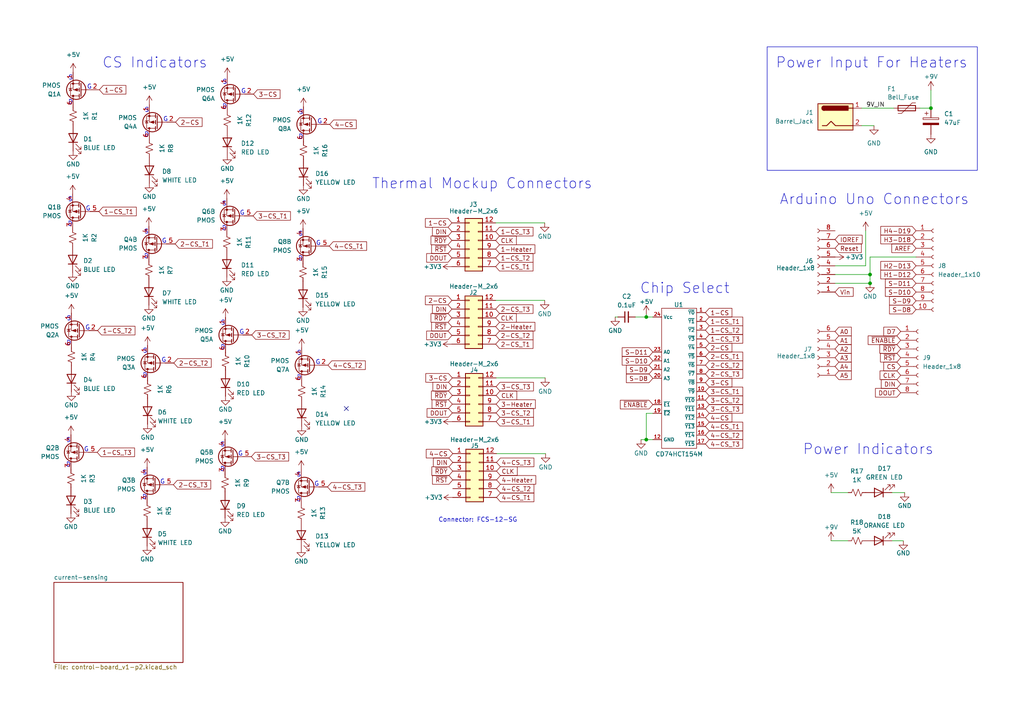
<source format=kicad_sch>
(kicad_sch (version 20230121) (generator eeschema)
  (paper "A4")
  (junction (at 270.002 31.369))
  (junction (at 252.349 79.629))
  (junction (at 187.452 127.508))
  (junction (at 252.349 82.169))
  (junction (at 187.452 91.948))
  (no_connect (at 100.457 118.491))
  (wire (pts (xy 158.115 109.601) (xy 143.891 109.601)))
  (wire (pts (xy 179.197 91.948) (xy 178.435 91.948)))
  (wire (pts (xy 262.001 156.845) (xy 258.699 156.845)))
  (wire (pts (xy 187.452 119.888) (xy 189.357 119.888)))
  (wire (pts (xy 157.988 87.122) (xy 143.764 87.122)))
  (wire (pts (xy 249.936 36.449) (xy 253.492 36.449)))
  (wire (pts (xy 242.189 77.089) (xy 251.079 77.089)))
  (wire (pts (xy 241.046 142.875) (xy 245.999 142.875)))
  (wire (pts (xy 251.079 66.929) (xy 251.079 77.089)))
  (wire (pts (xy 262.382 142.875) (xy 258.699 142.875)))
  (wire (pts (xy 242.189 79.629) (xy 252.349 79.629)))
  (wire (pts (xy 157.988 64.643) (xy 143.764 64.643)))
  (wire (pts (xy 187.452 91.948) (xy 189.357 91.948)))
  (wire (pts (xy 185.928 127.508) (xy 187.452 127.508)))
  (wire (pts (xy 242.189 82.169) (xy 252.349 82.169)))
  (wire (pts (xy 249.936 31.369) (xy 259.207 31.369)))
  (wire (pts (xy 187.452 119.888) (xy 187.452 127.508)))
  (wire (pts (xy 252.349 82.169) (xy 252.349 79.629)))
  (wire (pts (xy 184.277 91.948) (xy 187.452 91.948)))
  (wire (pts (xy 158.242 131.572) (xy 144.018 131.572)))
  (wire (pts (xy 187.452 127.508) (xy 189.357 127.508)))
  (wire (pts (xy 187.452 91.186) (xy 187.452 91.948)))
  (wire (pts (xy 266.827 31.369) (xy 270.002 31.369)))
  (wire (pts (xy 252.349 79.629) (xy 252.349 74.549)))
  (wire (pts (xy 252.349 74.549) (xy 265.684 74.549)))
  (wire (pts (xy 270.002 26.162) (xy 270.002 31.369)))
  (wire (pts (xy 241.046 156.845) (xy 245.999 156.845)))
  (rectangle (start 222.504 13.589) (end 283.464 49.403))
  (text "S" (at 21.082 58.674 0) (effects (font (size 1.27 1.27)) (justify right bottom)))
  (text "D" (at 43.307 39.878 0) (effects (font (size 1.27 1.27)) (justify right bottom)))
  (text "D" (at 65.913 31.75 0) (effects (font (size 1.27 1.27)) (justify right bottom)))
  (text "D" (at 42.799 109.728 0) (effects (font (size 1.27 1.27)) (justify right bottom)))
  (text "S" (at 43.18 68.072 0) (effects (font (size 1.27 1.27)) (justify right bottom)))
  (text "G" (at 71.374 27.305 0) (effects (font (size 1.27 1.27)) (justify right bottom)))
  (text "S" (at 43.307 32.766 0) (effects (font (size 1.27 1.27)) (justify right bottom)))
  (text "Power Input For Heaters" (at 224.917 20.066 0) (effects (font (size 3 3)) (justify left bottom)))
  (text "Power Indicators" (at 232.791 132.207 0) (effects (font (size 3 3)) (justify left bottom)))
  (text "G" (at 26.289 61.341 0) (effects (font (size 1.27 1.27)) (justify right bottom)))
  (text "D" (at 65.786 67.056 0) (effects (font (size 1.27 1.27)) (justify right bottom)))
  (text "S" (at 88.011 33.401 0) (effects (font (size 1.27 1.27)) (justify right bottom)))
  (text "D" (at 87.503 110.363 0) (effects (font (size 1.27 1.27)) (justify right bottom)))
  (text "G" (at 48.768 35.433 0) (effects (font (size 1.27 1.27)) (justify right bottom)))
  (text "G" (at 48.387 70.739 0) (effects (font (size 1.27 1.27)) (justify right bottom)))
  (text "D" (at 42.672 145.034 0) (effects (font (size 1.27 1.27)) (justify right bottom)))
  (text "Thermal Mockup Connectors" (at 107.823 55.118 0) (effects (font (size 3 3)) (justify left bottom)))
  (text "S" (at 65.786 59.944 0) (effects (font (size 1.27 1.27)) (justify right bottom)))
  (text "G" (at 93.472 36.068 0) (effects (font (size 1.27 1.27)) (justify right bottom)))
  (text "Chip Select" (at 185.547 85.471 0) (effects (font (size 3 3)) (justify left bottom)))
  (text "Arduino Uno Connectors" (at 226.06 59.69 0) (effects (font (size 3 3)) (justify left bottom)))
  (text "G" (at 70.993 62.611 0) (effects (font (size 1.27 1.27)) (justify right bottom)))
  (text "S" (at 65.278 129.794 0) (effects (font (size 1.27 1.27)) (justify right bottom)))
  (text "G" (at 25.781 131.191 0) (effects (font (size 1.27 1.27)) (justify right bottom)))
  (text "S" (at 87.884 68.707 0) (effects (font (size 1.27 1.27)) (justify right bottom)))
  (text "D" (at 20.574 135.636 0) (effects (font (size 1.27 1.27)) (justify right bottom)))
  (text "D" (at 43.18 75.184 0) (effects (font (size 1.27 1.27)) (justify right bottom)))
  (text "G" (at 92.583 141.224 0) (effects (font (size 1.27 1.27)) (justify right bottom)))
  (text "D" (at 87.884 75.819 0) (effects (font (size 1.27 1.27)) (justify right bottom)))
  (text "CS Indicators" (at 29.591 20.066 0) (effects (font (size 3 3)) (justify left bottom)))
  (text "S" (at 87.376 138.557 0) (effects (font (size 1.27 1.27)) (justify right bottom)))
  (text "S" (at 42.672 137.922 0) (effects (font (size 1.27 1.27)) (justify right bottom)))
  (text "G" (at 26.67 26.035 0) (effects (font (size 1.27 1.27)) (justify right bottom)))
  (text "D" (at 65.405 101.6 0) (effects (font (size 1.27 1.27)) (justify right bottom)))
  (text "S" (at 20.701 93.218 0) (effects (font (size 1.27 1.27)) (justify right bottom)))
  (text "D" (at 20.701 100.33 0) (effects (font (size 1.27 1.27)) (justify right bottom)))
  (text "G" (at 26.162 95.885 0) (effects (font (size 1.27 1.27)) (justify right bottom)))
  (text "S" (at 20.574 128.524 0) (effects (font (size 1.27 1.27)) (justify right bottom)))
  (text "S" (at 65.913 24.638 0) (effects (font (size 1.27 1.27)) (justify right bottom)))
  (text "G" (at 70.485 132.461 0) (effects (font (size 1.27 1.27)) (justify right bottom)))
  (text "D" (at 88.011 40.513 0) (effects (font (size 1.27 1.27)) (justify right bottom)))
  (text "D" (at 21.082 65.786 0) (effects (font (size 1.27 1.27)) (justify right bottom)))
  (text "D" (at 21.209 30.48 0) (effects (font (size 1.27 1.27)) (justify right bottom)))
  (text "G" (at 92.964 105.918 0) (effects (font (size 1.27 1.27)) (justify right bottom)))
  (text "G" (at 47.879 140.589 0) (effects (font (size 1.27 1.27)) (justify right bottom)))
  (text "D" (at 65.278 136.906 0) (effects (font (size 1.27 1.27)) (justify right bottom)))
  (text "S" (at 21.209 23.368 0) (effects (font (size 1.27 1.27)) (justify right bottom)))
  (text "G" (at 48.26 105.283 0) (effects (font (size 1.27 1.27)) (justify right bottom)))
  (text "Connector: FCS-12-SG" (at 127.127 151.638 0) (effects (font (size 1.27 1.27)) (justify left bottom)))
  (text "S" (at 42.799 102.616 0) (effects (font (size 1.27 1.27)) (justify right bottom)))
  (text "S" (at 87.503 103.251 0) (effects (font (size 1.27 1.27)) (justify right bottom)))
  (text "S" (at 65.405 94.488 0) (effects (font (size 1.27 1.27)) (justify right bottom)))
  (text "D" (at 87.376 145.669 0) (effects (font (size 1.27 1.27)) (justify right bottom)))
  (text "G" (at 70.866 97.155 0) (effects (font (size 1.27 1.27)) (justify right bottom)))
  (text "G" (at 93.091 71.374 0) (effects (font (size 1.27 1.27)) (justify right bottom)))
  (label "9V_IN" (at 251.206 31.369 0))
  (global_label "DIN" (shape input) (at 131.064 89.662 180) (property "Intersheetrefs" "${INTERSHEET_REFS}" (effects hide)))
  (global_label "A0" (shape input) (at 242.189 96.139 0) (property "Intersheetrefs" "${INTERSHEET_REFS}" (effects hide)))
  (global_label "S-D9" (shape input) (at 265.684 87.249 180) (property "Intersheetrefs" "${INTERSHEET_REFS}" (effects hide)))
  (global_label "CLK" (shape input) (at 143.764 92.202 0) (property "Intersheetrefs" "${INTERSHEET_REFS}" (effects hide)))
  (global_label "2-CS_T2" (shape input) (at 143.764 97.282 0) (property "Intersheetrefs" "${INTERSHEET_REFS}" (effects hide)))
  (global_label "CLK" (shape input) (at 143.764 69.723 0) (property "Intersheetrefs" "${INTERSHEET_REFS}" (effects hide)))
  (global_label "3-CS_T1" (shape input) (at 73.406 62.611 0) (property "Intersheetrefs" "${INTERSHEET_REFS}" (effects hide)))
  (global_label "3-CS_T2" (shape input) (at 143.891 119.761 0) (property "Intersheetrefs" "${INTERSHEET_REFS}" (effects hide)))
  (global_label "4-CS" (shape input) (at 204.597 121.158 0) (property "Intersheetrefs" "${INTERSHEET_REFS}" (effects hide)))
  (global_label "1-CS_T1" (shape input) (at 143.764 77.343 0) (property "Intersheetrefs" "${INTERSHEET_REFS}" (effects hide)))
  (global_label "DOUT" (shape input) (at 131.191 119.761 180) (property "Intersheetrefs" "${INTERSHEET_REFS}" (effects hide)))
  (global_label "H1-D12" (shape input) (at 265.684 79.629 180) (property "Intersheetrefs" "${INTERSHEET_REFS}" (effects hide)))
  (global_label "Reset" (shape input) (at 242.189 72.009 0) (property "Intersheetrefs" "${INTERSHEET_REFS}" (effects hide)))
  (global_label "A2" (shape input) (at 242.189 101.219 0) (property "Intersheetrefs" "${INTERSHEET_REFS}" (effects hide)))
  (global_label "CLK" (shape input) (at 143.891 114.681 0) (property "Intersheetrefs" "${INTERSHEET_REFS}" (effects hide)))
  (global_label "1-CS_T2" (shape input) (at 28.321 95.885 0) (property "Intersheetrefs" "${INTERSHEET_REFS}" (effects hide)))
  (global_label "1-CS_T3" (shape input) (at 28.194 131.191 0) (property "Intersheetrefs" "${INTERSHEET_REFS}" (effects hide)))
  (global_label "3-CS_T2" (shape input) (at 204.597 116.078 0) (property "Intersheetrefs" "${INTERSHEET_REFS}" (effects hide)))
  (global_label "A1" (shape input) (at 242.189 98.679 0) (property "Intersheetrefs" "${INTERSHEET_REFS}" (effects hide)))
  (global_label "3-CS_T2" (shape input) (at 73.025 97.155 0) (property "Intersheetrefs" "${INTERSHEET_REFS}" (effects hide)))
  (global_label "DOUT" (shape input) (at 131.064 74.803 180) (property "Intersheetrefs" "${INTERSHEET_REFS}" (effects hide)))
  (global_label "~{ENABLE}" (shape input) (at 261.239 98.679 180) (property "Intersheetrefs" "${INTERSHEET_REFS}" (effects hide)))
  (global_label "H3-D18" (shape input) (at 265.684 69.469 180) (property "Intersheetrefs" "${INTERSHEET_REFS}" (effects hide)))
  (global_label "S-D9" (shape input) (at 189.357 107.188 180) (property "Intersheetrefs" "${INTERSHEET_REFS}" (effects hide)))
  (global_label "D7" (shape input) (at 261.239 96.139 180) (property "Intersheetrefs" "${INTERSHEET_REFS}" (effects hide)))
  (global_label "S-D8" (shape input) (at 265.684 89.789 180) (property "Intersheetrefs" "${INTERSHEET_REFS}" (effects hide)))
  (global_label "DIN" (shape input) (at 131.318 134.112 180) (property "Intersheetrefs" "${INTERSHEET_REFS}" (effects hide)))
  (global_label "3-CS" (shape input) (at 131.191 109.601 180) (property "Intersheetrefs" "${INTERSHEET_REFS}" (effects hide)))
  (global_label "4-CS_T2" (shape input) (at 95.123 105.918 0) (property "Intersheetrefs" "${INTERSHEET_REFS}" (effects hide)))
  (global_label "2-Heater" (shape input) (at 143.764 94.742 0) (property "Intersheetrefs" "${INTERSHEET_REFS}" (effects hide)))
  (global_label "1-CS_T3" (shape input) (at 204.597 98.298 0) (property "Intersheetrefs" "${INTERSHEET_REFS}" (effects hide)))
  (global_label "H4-D19" (shape input) (at 265.684 66.929 180) (property "Intersheetrefs" "${INTERSHEET_REFS}" (effects hide)))
  (global_label "1-CS" (shape input) (at 204.597 90.678 0) (property "Intersheetrefs" "${INTERSHEET_REFS}" (effects hide)))
  (global_label "A4" (shape input) (at 242.189 106.299 0) (property "Intersheetrefs" "${INTERSHEET_REFS}" (effects hide)))
  (global_label "3-CS" (shape input) (at 73.533 27.305 0) (property "Intersheetrefs" "${INTERSHEET_REFS}" (effects hide)))
  (global_label "1-Heater" (shape input) (at 143.764 72.263 0) (property "Intersheetrefs" "${INTERSHEET_REFS}" (effects hide)))
  (global_label "1-CS_T1" (shape input) (at 204.597 93.218 0) (property "Intersheetrefs" "${INTERSHEET_REFS}" (effects hide)))
  (global_label "4-CS_T2" (shape input) (at 204.597 126.238 0) (property "Intersheetrefs" "${INTERSHEET_REFS}" (effects hide)))
  (global_label "4-Heater" (shape input) (at 144.018 139.192 0) (property "Intersheetrefs" "${INTERSHEET_REFS}" (effects hide)))
  (global_label "~{RST}" (shape input) (at 131.064 72.263 180) (property "Intersheetrefs" "${INTERSHEET_REFS}" (effects hide)))
  (global_label "4-CS_T1" (shape input) (at 204.597 123.698 0) (property "Intersheetrefs" "${INTERSHEET_REFS}" (effects hide)))
  (global_label "A3" (shape input) (at 242.189 103.759 0) (property "Intersheetrefs" "${INTERSHEET_REFS}" (effects hide)))
  (global_label "DIN" (shape input) (at 131.191 112.141 180) (property "Intersheetrefs" "${INTERSHEET_REFS}" (effects hide)))
  (global_label "S-D8" (shape input) (at 189.357 109.728 180) (property "Intersheetrefs" "${INTERSHEET_REFS}" (effects hide)))
  (global_label "~{RDY}" (shape input) (at 131.064 69.723 180) (property "Intersheetrefs" "${INTERSHEET_REFS}" (effects hide)))
  (global_label "S-D10" (shape input) (at 265.684 84.709 180) (property "Intersheetrefs" "${INTERSHEET_REFS}" (effects hide)))
  (global_label "2-CS_T3" (shape input) (at 204.597 108.458 0) (property "Intersheetrefs" "${INTERSHEET_REFS}" (effects hide)))
  (global_label "~{RST}" (shape input) (at 131.191 117.221 180) (property "Intersheetrefs" "${INTERSHEET_REFS}" (effects hide)))
  (global_label "2-CS_T3" (shape input) (at 143.764 89.662 0) (property "Intersheetrefs" "${INTERSHEET_REFS}" (effects hide)))
  (global_label "A5" (shape input) (at 242.189 108.839 0) (property "Intersheetrefs" "${INTERSHEET_REFS}" (effects hide)))
  (global_label "S-D11" (shape input) (at 189.357 102.108 180) (property "Intersheetrefs" "${INTERSHEET_REFS}" (effects hide)))
  (global_label "H2-D13" (shape input) (at 265.684 77.089 180) (property "Intersheetrefs" "${INTERSHEET_REFS}" (effects hide)))
  (global_label "2-CS_T1" (shape input) (at 50.8 70.739 0) (property "Intersheetrefs" "${INTERSHEET_REFS}" (effects hide)))
  (global_label "2-CS_T1" (shape input) (at 204.597 103.378 0) (property "Intersheetrefs" "${INTERSHEET_REFS}" (effects hide)))
  (global_label "~{RST}" (shape input) (at 261.239 103.759 180) (property "Intersheetrefs" "${INTERSHEET_REFS}" (effects hide)))
  (global_label "3-CS_T3" (shape input) (at 72.898 132.461 0) (property "Intersheetrefs" "${INTERSHEET_REFS}" (effects hide)))
  (global_label "3-CS_T1" (shape input) (at 143.891 122.301 0) (property "Intersheetrefs" "${INTERSHEET_REFS}" (effects hide)))
  (global_label "CS" (shape input) (at 261.239 106.299 180) (property "Intersheetrefs" "${INTERSHEET_REFS}" (effects hide)))
  (global_label "4-CS_T3" (shape input) (at 94.996 141.224 0) (property "Intersheetrefs" "${INTERSHEET_REFS}" (effects hide)))
  (global_label "3-CS_T1" (shape input) (at 204.597 113.538 0) (property "Intersheetrefs" "${INTERSHEET_REFS}" (effects hide)))
  (global_label "1-CS_T3" (shape input) (at 143.764 67.183 0) (property "Intersheetrefs" "${INTERSHEET_REFS}" (effects hide)))
  (global_label "Vin" (shape input) (at 242.189 84.709 0) (property "Intersheetrefs" "${INTERSHEET_REFS}" (effects hide)))
  (global_label "CLK" (shape input) (at 261.239 108.839 180) (property "Intersheetrefs" "${INTERSHEET_REFS}" (effects hide)))
  (global_label "3-CS_T3" (shape input) (at 204.597 118.618 0) (property "Intersheetrefs" "${INTERSHEET_REFS}" (effects hide)))
  (global_label "DIN" (shape input) (at 131.064 67.183 180) (property "Intersheetrefs" "${INTERSHEET_REFS}" (effects hide)))
  (global_label "4-CS" (shape input) (at 131.318 131.572 180) (property "Intersheetrefs" "${INTERSHEET_REFS}" (effects hide)))
  (global_label "4-CS_T3" (shape input) (at 144.018 134.112 0) (property "Intersheetrefs" "${INTERSHEET_REFS}" (effects hide)))
  (global_label "4-CS_T2" (shape input) (at 144.018 141.732 0) (property "Intersheetrefs" "${INTERSHEET_REFS}" (effects hide)))
  (global_label "1-CS_T1" (shape input) (at 28.702 61.341 0) (property "Intersheetrefs" "${INTERSHEET_REFS}" (effects hide)))
  (global_label "3-CS_T3" (shape input) (at 143.891 112.141 0) (property "Intersheetrefs" "${INTERSHEET_REFS}" (effects hide)))
  (global_label "1-CS_T2" (shape input) (at 143.764 74.803 0) (property "Intersheetrefs" "${INTERSHEET_REFS}" (effects hide)))
  (global_label "2-CS" (shape input) (at 50.927 35.433 0) (property "Intersheetrefs" "${INTERSHEET_REFS}" (effects hide)))
  (global_label "DOUT" (shape input) (at 261.239 113.919 180) (property "Intersheetrefs" "${INTERSHEET_REFS}" (effects hide)))
  (global_label "S-D11" (shape input) (at 265.684 82.169 180) (property "Intersheetrefs" "${INTERSHEET_REFS}" (effects hide)))
  (global_label "2-CS_T1" (shape input) (at 143.764 99.822 0) (property "Intersheetrefs" "${INTERSHEET_REFS}" (effects hide)))
  (global_label "4-CS_T1" (shape input) (at 144.018 144.272 0) (property "Intersheetrefs" "${INTERSHEET_REFS}" (effects hide)))
  (global_label "CLK" (shape input) (at 144.018 136.652 0) (property "Intersheetrefs" "${INTERSHEET_REFS}" (effects hide)))
  (global_label "~{RDY}" (shape input) (at 131.318 136.652 180) (property "Intersheetrefs" "${INTERSHEET_REFS}" (effects hide)))
  (global_label "2-CS" (shape input) (at 204.597 100.838 0) (property "Intersheetrefs" "${INTERSHEET_REFS}" (effects hide)))
  (global_label "~{RST}" (shape input) (at 131.318 139.192 180) (property "Intersheetrefs" "${INTERSHEET_REFS}" (effects hide)))
  (global_label "S-D10" (shape input) (at 189.357 104.648 180) (property "Intersheetrefs" "${INTERSHEET_REFS}" (effects hide)))
  (global_label "4-CS_T1" (shape input) (at 95.504 71.374 0) (property "Intersheetrefs" "${INTERSHEET_REFS}" (effects hide)))
  (global_label "1-CS" (shape input) (at 28.829 26.035 0) (property "Intersheetrefs" "${INTERSHEET_REFS}" (effects hide)))
  (global_label "DIN" (shape input) (at 261.239 111.379 180) (property "Intersheetrefs" "${INTERSHEET_REFS}" (effects hide)))
  (global_label "1-CS" (shape input) (at 131.064 64.643 180) (property "Intersheetrefs" "${INTERSHEET_REFS}" (effects hide)))
  (global_label "~{ENABLE}" (shape input) (at 189.357 117.348 180) (property "Intersheetrefs" "${INTERSHEET_REFS}" (effects hide)))
  (global_label "2-CS" (shape input) (at 131.064 87.122 180) (property "Intersheetrefs" "${INTERSHEET_REFS}" (effects hide)))
  (global_label "AREF" (shape input) (at 265.684 72.009 180) (property "Intersheetrefs" "${INTERSHEET_REFS}" (effects hide)))
  (global_label "1-CS_T2" (shape input) (at 204.597 95.758 0) (property "Intersheetrefs" "${INTERSHEET_REFS}" (effects hide)))
  (global_label "2-CS_T2" (shape input) (at 50.419 105.283 0) (property "Intersheetrefs" "${INTERSHEET_REFS}" (effects hide)))
  (global_label "2-CS_T2" (shape input) (at 204.597 105.918 0) (property "Intersheetrefs" "${INTERSHEET_REFS}" (effects hide)))
  (global_label "~{RDY}" (shape input) (at 131.064 92.202 180) (property "Intersheetrefs" "${INTERSHEET_REFS}" (effects hide)))
  (global_label "DOUT" (shape input) (at 131.064 97.282 180) (property "Intersheetrefs" "${INTERSHEET_REFS}" (effects hide)))
  (global_label "4-CS_T3" (shape input) (at 204.597 128.778 0) (property "Intersheetrefs" "${INTERSHEET_REFS}" (effects hide)))
  (global_label "IOREF" (shape input) (at 242.189 69.469 0) (property "Intersheetrefs" "${INTERSHEET_REFS}" (effects hide)))
  (global_label "4-CS" (shape input) (at 95.631 36.068 0) (property "Intersheetrefs" "${INTERSHEET_REFS}" (effects hide)))
  (global_label "~{RDY}" (shape input) (at 131.191 114.681 180) (property "Intersheetrefs" "${INTERSHEET_REFS}" (effects hide)))
  (global_label "3-Heater" (shape input) (at 143.891 117.221 0) (property "Intersheetrefs" "${INTERSHEET_REFS}" (effects hide)))
  (global_label "2-CS_T3" (shape input) (at 50.292 140.589 0) (property "Intersheetrefs" "${INTERSHEET_REFS}" (effects hide)))
  (global_label "3-CS" (shape input) (at 204.597 110.998 0) (property "Intersheetrefs" "${INTERSHEET_REFS}" (effects hide)))
  (global_label "~{RST}" (shape input) (at 131.064 94.742 180) (property "Intersheetrefs" "${INTERSHEET_REFS}" (effects hide)))
  (global_label "~{RDY}" (shape input) (at 261.239 101.219 180) (property "Intersheetrefs" "${INTERSHEET_REFS}" (effects hide)))
  (symbol (lib_id "power:+5V") (at 87.376 136.144 0) (unit 1)
    (property "Reference" "#PWR028" (effects hide))
    (property "Value" "+5V" (at 87.376 131.064 0))
  )
  (symbol (lib_id "Device:Q_Dual_PMOS_S1G1D2S2G2D1") (at 90.043 105.918 180) (unit 1)
    (property "Reference" "Q7" (at 83.947 107.188 0) (effects (justify left)))
    (property "Value" "PMOS" (at 83.947 104.648 0) (effects (justify left)))
    (property "Datasheet" "https://www.vishay.com/docs/68784/SI1967DH.pdf" (effects hide))
    (property "PartNum" "SI1967DH-T1-BE3" (effects hide))
  )
  (symbol (lib_id "Device:R_Small_US") (at 88.011 43.688 0) (unit 1)
    (property "Reference" "R16" (at 94.234 43.688 90))
    (property "Value" "1K" (at 91.694 43.688 90))
    (property "Footprint" "Resistor_SMD:R_0805_2012Metric" (effects hide))
  )
  (symbol (lib_id "Device:R_Small_US") (at 20.574 138.811 0) (unit 1)
    (property "Reference" "R3" (at 26.797 138.811 90))
    (property "Value" "1K" (at 24.257 138.811 90))
    (property "Footprint" "Resistor_SMD:R_0805_2012Metric" (effects hide))
  )
  (symbol (lib_id "Device:LED") (at 65.786 76.581 90) (unit 1)
    (property "Reference" "D11" (at 69.85 76.8985 90) (effects (justify right)))
    (property "Value" "RED LED" (at 69.85 79.4385 90) (effects (justify right)))
    (property "Footprint" "LED_SMD:LED_0805_2012Metric" (effects hide))
  )
  (symbol (lib_id "Device:LED") (at 65.278 146.431 90) (unit 1)
    (property "Reference" "D9" (at 68.58 146.7485 90) (effects (justify right)))
    (property "Value" "RED LED" (at 68.58 149.2885 90) (effects (justify right)))
    (property "Footprint" "LED_SMD:LED_0805_2012Metric" (effects hide))
  )
  (symbol (lib_id "Connector:Conn_01x10_Socket") (at 270.764 77.089 0) (unit 1)
    (property "Reference" "J8" (at 272.034 77.089 0) (effects (justify left)))
    (property "Value" "Header_1x10" (at 272.034 79.629 0) (effects (justify left)))
    (property "Footprint" "Connector_PinHeader_2.54mm:PinHeader_1x10_P2.54mm_Vertical" (effects hide))
    (property "Datasheet" "https://suddendocs.samtec.com/prints/esq-1xx-xx-x-x-xxx-xx-x-xx-mkt.pdf" (effects hide))
    (property "PartNum" "ESQ-110-14-T-S" (effects hide))
  )
  (symbol (lib_id "power:GND") (at 87.503 123.698 0) (unit 1)
    (property "Reference" "#PWR031" (effects hide))
    (property "Value" "GND" (at 87.503 127.508 0))
  )
  (symbol (lib_id "Device:R_Small_US") (at 65.278 140.081 0) (unit 1)
    (property "Reference" "R9" (at 71.501 140.081 90))
    (property "Value" "1K" (at 68.961 140.081 90))
    (property "Footprint" "Resistor_SMD:R_0805_2012Metric" (effects hide))
  )
  (symbol (lib_id "power:+5V") (at 43.18 65.659 0) (unit 1)
    (property "Reference" "#PWR016" (effects hide))
    (property "Value" "+5V" (at 43.18 60.579 0))
  )
  (symbol (lib_id "power:GND") (at 262.001 156.845 0) (unit 1)
    (property "Reference" "#PWR065" (effects hide))
    (property "Value" "GND" (at 262.001 160.401 0))
  )
  (symbol (lib_id "Device:Q_Dual_PMOS_S1G1D2S2G2D1") (at 90.551 36.068 180) (unit 1)
    (property "Reference" "Q8" (at 84.455 37.338 0) (effects (justify left)))
    (property "Value" "PMOS" (at 84.455 34.798 0) (effects (justify left)))
    (property "Datasheet" "https://www.vishay.com/docs/68784/SI1967DH.pdf" (effects hide))
    (property "PartNum" "SI1967DH-T1-BE3" (effects hide))
  )
  (symbol (lib_id "Device:R_Small_US") (at 248.539 156.845 90) (unit 1)
    (property "Reference" "R18" (at 248.539 151.511 90))
    (property "Value" "5K" (at 248.539 154.051 90))
    (property "Footprint" "Resistor_SMD:R_0805_2012Metric" (effects hide))
  )
  (symbol (lib_id "Device:R_Small_US") (at 21.082 68.961 0) (unit 1)
    (property "Reference" "R2" (at 27.305 68.961 90))
    (property "Value" "1K" (at 24.765 68.961 90))
    (property "Footprint" "Resistor_SMD:R_0805_2012Metric" (effects hide))
  )
  (symbol (lib_id "power:+3V3") (at 131.318 144.272 90) (unit 1)
    (property "Reference" "#PWR045" (effects hide))
    (property "Value" "+3V3" (at 128.397 144.272 90) (effects (justify left)))
  )
  (symbol (lib_id "Connector_Generic:Conn_02x06_Counter_Clockwise") (at 136.271 114.681 0) (unit 1)
    (property "Reference" "J4" (at 137.541 107.315 0))
    (property "Value" "Header-M_2x6" (at 137.541 105.537 0))
    (property "Footprint" "Connector_PinHeader_2.54mm:PinHeader_2x06_P2.54mm_Vertical_SMD" (effects hide))
    (property "PartNum" "5-146130-5" (effects hide))
  )
  (symbol (lib_id "Device:Q_Dual_PMOS_S1G1D2S2G2D1") (at 45.212 140.589 180) (unit 2)
    (property "Reference" "Q3" (at 39.37 139.319 0) (effects (justify left)))
    (property "Value" "PMOS" (at 39.37 141.859 0) (effects (justify left)))
    (property "Datasheet" "https://www.vishay.com/docs/68784/SI1967DH.pdf" (effects hide))
    (property "PartNum" "SI1967DH-T1-BE3" (effects hide))
  )
  (symbol (lib_id "power:GND") (at 43.307 53.213 0) (unit 1)
    (property "Reference" "#PWR019" (effects hide))
    (property "Value" "GND" (at 43.307 57.023 0))
  )
  (symbol (lib_id "power:+5V") (at 65.786 57.531 0) (unit 1)
    (property "Reference" "#PWR024" (effects hide))
    (property "Value" "+5V" (at 65.786 52.451 0))
  )
  (symbol (lib_id "power:GND") (at 20.701 113.665 0) (unit 1)
    (property "Reference" "#PWR011" (effects hide))
    (property "Value" "GND" (at 20.701 117.475 0))
  )
  (symbol (lib_id "Device:LED") (at 87.884 85.344 90) (unit 1)
    (property "Reference" "D15" (at 91.44 85.6615 90) (effects (justify right)))
    (property "Value" "YELLOW LED" (at 91.44 88.2015 90) (effects (justify right)))
    (property "Footprint" "LED_SMD:LED_0805_2012Metric" (effects hide))
  )
  (symbol (lib_id "power:GND") (at 87.884 89.154 0) (unit 1)
    (property "Reference" "#PWR033" (effects hide))
    (property "Value" "GND" (at 87.884 92.964 0))
  )
  (symbol (lib_id "power:GND") (at 88.011 53.848 0) (unit 1)
    (property "Reference" "#PWR035" (effects hide))
    (property "Value" "GND" (at 88.011 57.658 0))
  )
  (symbol (lib_id "power:GND") (at 65.913 45.085 0) (unit 1)
    (property "Reference" "#PWR027" (effects hide))
    (property "Value" "GND" (at 65.913 48.895 0))
  )
  (symbol (lib_id "power:GND") (at 42.799 123.063 0) (unit 1)
    (property "Reference" "#PWR015" (effects hide))
    (property "Value" "GND" (at 42.799 126.873 0))
  )
  (symbol (lib_id "Device:R_Small_US") (at 65.786 70.231 0) (unit 1)
    (property "Reference" "R11" (at 72.009 70.231 90))
    (property "Value" "1K" (at 69.469 70.231 90))
    (property "Footprint" "Resistor_SMD:R_0805_2012Metric" (effects hide))
  )
  (symbol (lib_id "Connector:Barrel_Jack") (at 242.316 33.909 0) (unit 1)
    (property "Reference" "J1" (at 235.966 32.639 0) (effects (justify right)))
    (property "Value" "Barrel_Jack" (at 235.966 35.179 0) (effects (justify right)))
    (property "Footprint" "Connector_BarrelJack:BarrelJack_CUI_PJ-063AH_Horizontal" (effects hide))
    (property "Datasheet" "https://www.cuidevices.com/product/resource/pj-063ah.pdf" (effects hide))
    (property "PartNum" "PJ-063AH" (effects hide))
  )
  (symbol (lib_id "power:+9V") (at 270.002 26.162 0) (unit 1)
    (property "Reference" "#PWR02" (effects hide))
    (property "Value" "+9V" (at 270.002 22.225 0))
  )
  (symbol (lib_id "Device:LED") (at 65.405 111.125 90) (unit 1)
    (property "Reference" "D10" (at 68.58 111.4425 90) (effects (justify right)))
    (property "Value" "RED LED" (at 68.58 113.9825 90) (effects (justify right)))
    (property "Footprint" "LED_SMD:LED_0805_2012Metric" (effects hide))
  )
  (symbol (lib_id "power:GND") (at 87.376 159.004 0) (unit 1)
    (property "Reference" "#PWR029" (effects hide))
    (property "Value" "GND" (at 87.376 162.814 0))
  )
  (symbol (lib_id "power:+3V3") (at 131.064 99.822 90) (unit 1)
    (property "Reference" "#PWR043" (effects hide))
    (property "Value" "+3V3" (at 128.143 99.822 90) (effects (justify left)))
  )
  (symbol (lib_id "Device:R_Small_US") (at 42.672 148.209 0) (unit 1)
    (property "Reference" "R5" (at 48.895 148.209 90))
    (property "Value" "1K" (at 46.355 148.209 90))
    (property "Footprint" "Resistor_SMD:R_0805_2012Metric" (effects hide))
  )
  (symbol (lib_id "power:GND") (at 158.115 109.601 0) (unit 1)
    (property "Reference" "#PWR048" (effects hide))
    (property "Value" "GND" (at 158.115 113.538 0))
  )
  (symbol (lib_id "Connector_Generic:Conn_02x06_Counter_Clockwise") (at 136.398 136.652 0) (unit 1)
    (property "Reference" "J5" (at 137.668 129.286 0))
    (property "Value" "Header-M_2x6" (at 137.668 127.508 0))
    (property "Footprint" "Connector_PinHeader_2.54mm:PinHeader_2x06_P2.54mm_Vertical_SMD" (effects hide))
    (property "PartNum" "5-146130-5" (effects hide))
  )
  (symbol (lib_id "Device:LED") (at 65.913 41.275 90) (unit 1)
    (property "Reference" "D12" (at 69.85 41.5925 90) (effects (justify right)))
    (property "Value" "RED LED" (at 69.85 44.1325 90) (effects (justify right)))
    (property "Footprint" "LED_SMD:LED_0805_2012Metric" (effects hide))
  )
  (symbol (lib_id "power:+5V") (at 43.307 30.353 0) (unit 1)
    (property "Reference" "#PWR018" (effects hide))
    (property "Value" "+5V" (at 43.307 25.273 0))
  )
  (symbol (lib_id "Device:LED") (at 254.889 156.845 180) (unit 1)
    (property "Reference" "D18" (at 256.4765 149.86 0))
    (property "Value" "ORANGE LED" (at 256.4765 152.4 0))
    (property "Footprint" "LED_SMD:LED_0805_2012Metric" (effects hide))
  )
  (symbol (lib_id "power:GND") (at 252.349 82.169 0) (unit 1)
    (property "Reference" "#PWR042" (effects hide))
    (property "Value" "GND" (at 252.349 85.979 0))
  )
  (symbol (lib_id "power:GND") (at 270.002 38.989 0) (unit 1)
    (property "Reference" "#PWR03" (effects hide))
    (property "Value" "GND" (at 270.002 44.069 0))
  )
  (symbol (lib_id "power:+5V") (at 87.884 66.294 0) (unit 1)
    (property "Reference" "#PWR032" (effects hide))
    (property "Value" "+5V" (at 87.884 61.214 0))
  )
  (symbol (lib_id "Device:R_Small_US") (at 248.539 142.875 90) (unit 1)
    (property "Reference" "R17" (at 248.539 136.652 90))
    (property "Value" "1K" (at 248.539 139.192 90))
    (property "Footprint" "Resistor_SMD:R_0805_2012Metric" (effects hide))
  )
  (symbol (lib_id "power:+5V") (at 65.405 92.075 0) (unit 1)
    (property "Reference" "#PWR022" (effects hide))
    (property "Value" "+5V" (at 65.405 86.995 0))
  )
  (symbol (lib_id "power:GND") (at 253.492 36.449 0) (unit 1)
    (property "Reference" "#PWR01" (effects hide))
    (property "Value" "GND" (at 253.492 41.529 0))
  )
  (symbol (lib_id "Device:R_Small_US") (at 65.913 34.925 0) (unit 1)
    (property "Reference" "R12" (at 72.136 34.925 90))
    (property "Value" "1K" (at 69.596 34.925 90))
    (property "Footprint" "Resistor_SMD:R_0805_2012Metric" (effects hide))
  )
  (symbol (lib_id "Device:LED") (at 20.701 109.855 90) (unit 1)
    (property "Reference" "D4" (at 24.13 110.1725 90) (effects (justify right)))
    (property "Value" "BLUE LED" (at 24.13 112.7125 90) (effects (justify right)))
    (property "Footprint" "LED_SMD:LED_0805_2012Metric" (effects hide))
  )
  (symbol (lib_id "Device:LED") (at 43.18 84.709 90) (unit 1)
    (property "Reference" "D7" (at 46.99 85.0265 90) (effects (justify right)))
    (property "Value" "WHITE LED" (at 46.99 87.5665 90) (effects (justify right)))
    (property "Footprint" "LED_SMD:LED_0805_2012Metric" (effects hide))
  )
  (symbol (lib_id "Device:Q_Dual_PMOS_S1G1D2S2G2D1") (at 68.326 62.611 180) (unit 2)
    (property "Reference" "Q6" (at 62.484 61.341 0) (effects (justify left)))
    (property "Value" "PMOS" (at 62.484 63.881 0) (effects (justify left)))
    (property "Datasheet" "https://www.vishay.com/docs/68784/SI1967DH.pdf" (effects hide))
    (property "PartNum" "SI1967DH-T1-BE3" (effects hide))
  )
  (symbol (lib_id "power:GND") (at 65.786 80.391 0) (unit 1)
    (property "Reference" "#PWR025" (effects hide))
    (property "Value" "GND" (at 65.786 84.201 0))
  )
  (symbol (lib_id "Device:R_Small_US") (at 87.376 148.844 0) (unit 1)
    (property "Reference" "R13" (at 93.599 148.844 90))
    (property "Value" "1K" (at 91.059 148.844 90))
    (property "Footprint" "Resistor_SMD:R_0805_2012Metric" (effects hide))
  )
  (symbol (lib_id "power:+5V") (at 42.672 135.509 0) (unit 1)
    (property "Reference" "#PWR012" (effects hide))
    (property "Value" "+5V" (at 42.672 130.429 0))
  )
  (symbol (lib_id "power:+3V3") (at 242.189 74.549 270) (unit 1)
    (property "Reference" "#PWR039" (effects hide))
    (property "Value" "+3V3" (at 245.11 74.549 90) (effects (justify left)))
  )
  (symbol (lib_id "Connector_Generic:Conn_02x06_Counter_Clockwise") (at 136.144 69.723 0) (unit 1)
    (property "Reference" "J3" (at 137.287 59.309 0))
    (property "Value" "Header-M_2x6" (at 137.414 61.214 0))
    (property "Footprint" "Connector_PinHeader_2.54mm:PinHeader_2x06_P2.54mm_Vertical_SMD" (effects hide))
    (property "Datasheet" "https://www.digikey.com/en/products/detail/adam-tech/PH2-12-UA/9830397" (effects hide))
    (property "PartNum" "5-146130-5" (effects hide))
  )
  (symbol (lib_id "power:GND") (at 157.988 87.122 0) (unit 1)
    (property "Reference" "#PWR047" (effects hide))
    (property "Value" "GND" (at 157.988 91.059 0))
  )
  (symbol (lib_id "power:+9V") (at 241.046 156.845 0) (unit 1)
    (property "Reference" "#PWR063" (effects hide))
    (property "Value" "+9V" (at 241.046 152.908 0))
  )
  (symbol (lib_id "Device:LED") (at 20.574 145.161 90) (unit 1)
    (property "Reference" "D3" (at 24.13 145.4785 90) (effects (justify right)))
    (property "Value" "BLUE LED" (at 24.13 148.0185 90) (effects (justify right)))
    (property "Footprint" "LED_SMD:LED_0805_2012Metric" (effects hide))
  )
  (symbol (lib_id "Connector_Generic:Conn_02x06_Counter_Clockwise") (at 136.144 92.202 0) (unit 1)
    (property "Reference" "J2" (at 137.287 84.836 0))
    (property "Value" "Header-M_2x6" (at 137.414 83.058 0))
    (property "Footprint" "Connector_PinHeader_2.54mm:PinHeader_2x06_P2.54mm_Vertical_SMD" (effects hide))
    (property "PartNum" "5-146130-5" (effects hide))
  )
  (symbol (lib_id "power:GND") (at 21.209 43.815 0) (unit 1)
    (property "Reference" "#PWR04" (effects hide))
    (property "Value" "GND" (at 21.209 47.625 0))
  )
  (symbol (lib_id "Device:R_Small_US") (at 65.405 104.775 0) (unit 1)
    (property "Reference" "R10" (at 71.628 104.775 90))
    (property "Value" "1K" (at 69.088 104.775 90))
    (property "Footprint" "Resistor_SMD:R_0805_2012Metric" (effects hide))
  )
  (symbol (lib_id "Connector:Conn_01x08_Socket") (at 237.109 77.089 180) (unit 1)
    (property "Reference" "J6" (at 234.696 75.692 0))
    (property "Value" "Header_1x8" (at 230.759 77.724 0))
    (property "Footprint" "Connector_PinHeader_2.54mm:PinHeader_1x08_P2.54mm_Vertical" (effects hide))
    (property "Datasheet" "https://suddendocs.samtec.com/prints/esq-1xx-xx-x-x-xxx-xx-x-xx-mkt.pdf" (effects hide))
    (property "PartNum" "ESQ-108-14-T-S" (effects hide))
  )
  (symbol (lib_id "power:+5V") (at 251.079 66.929 0) (unit 1)
    (property "Reference" "#PWR041" (effects hide))
    (property "Value" "+5V" (at 251.079 61.849 0))
  )
  (symbol (lib_id "Device:R_Small_US") (at 42.799 112.903 0) (unit 1)
    (property "Reference" "R6" (at 49.022 112.903 90))
    (property "Value" "1K" (at 46.482 112.903 90))
    (property "Footprint" "Resistor_SMD:R_0805_2012Metric" (effects hide))
  )
  (symbol (lib_id "Device:LED") (at 42.672 154.559 90) (unit 1)
    (property "Reference" "D5" (at 45.72 154.8765 90) (effects (justify right)))
    (property "Value" "WHITE LED" (at 45.72 157.4165 90) (effects (justify right)))
    (property "Footprint" "LED_SMD:LED_0805_2012Metric" (effects hide))
  )
  (symbol (lib_id "Device:LED") (at 88.011 50.038 90) (unit 1)
    (property "Reference" "D16" (at 91.44 50.3555 90) (effects (justify right)))
    (property "Value" "YELLOW LED" (at 91.44 52.8955 90) (effects (justify right)))
    (property "Footprint" "LED_SMD:LED_0805_2012Metric" (effects hide))
  )
  (symbol (lib_id "Device:R_Small_US") (at 87.884 78.994 0) (unit 1)
    (property "Reference" "R15" (at 94.107 78.994 90))
    (property "Value" "1K" (at 91.567 78.994 90))
    (property "Footprint" "Resistor_SMD:R_0805_2012Metric" (effects hide))
  )
  (symbol (lib_id "Device:CD74HCT154M") (at 196.977 109.728 0) (unit 1)
    (property "Reference" "U1" (at 196.85 88.392 0))
    (property "Value" "CD74HCT154M" (at 196.977 131.699 0))
    (property "Footprint" "Package_SO:SOIC-24W_7.5x15.4mm_P1.27mm" (effects hide))
    (property "Datasheet" "https://www.ti.com/lit/ds/symlink/cd74hc154.pdf?HQS=dis-dk-null-digikeymode-dsf-pf-null-wwe&ts=1715864312876&ref_url=https%253A%252F%252Fwww.ti.com%252Fgeneral%252Fdocs%252Fsuppproductinfo.tsp%253FdistId%253D10%2526gotoUrl%253Dhttps%253A%252F%252Fwww.ti.com%252Flit%252Fgpn%252Fcd74hc154" (effects hide))
    (property "PartNum" "CD74HCT154M" (effects hide))
  )
  (symbol (lib_id "power:GND") (at 157.988 64.643 0) (unit 1)
    (property "Reference" "#PWR046" (effects hide))
    (property "Value" "GND" (at 157.988 68.58 0))
  )
  (symbol (lib_id "Device:LED") (at 42.799 119.253 90) (unit 1)
    (property "Reference" "D6" (at 45.72 119.5705 90) (effects (justify right)))
    (property "Value" "WHITE LED" (at 45.72 122.1105 90) (effects (justify right)))
    (property "Footprint" "LED_SMD:LED_0805_2012Metric" (effects hide))
  )
  (symbol (lib_id "Device:LED") (at 21.082 75.311 90) (unit 1)
    (property "Reference" "D2" (at 24.13 75.6285 90) (effects (justify right)))
    (property "Value" "BLUE LED" (at 24.13 78.1685 90) (effects (justify right)))
    (property "Footprint" "LED_SMD:LED_0805_2012Metric" (effects hide))
  )
  (symbol (lib_id "Device:R_Small_US") (at 43.18 78.359 0) (unit 1)
    (property "Reference" "R7" (at 49.403 78.359 90))
    (property "Value" "1K" (at 46.863 78.359 90))
    (property "Footprint" "Resistor_SMD:R_0805_2012Metric" (effects hide))
  )
  (symbol (lib_id "power:GND") (at 65.405 114.935 0) (unit 1)
    (property "Reference" "#PWR023" (effects hide))
    (property "Value" "GND" (at 65.405 118.745 0))
  )
  (symbol (lib_id "Device:Q_Dual_PMOS_S1G1D2S2G2D1") (at 67.818 132.461 180) (unit 2)
    (property "Reference" "Q5" (at 61.976 131.191 0) (effects (justify left)))
    (property "Value" "PMOS" (at 61.976 133.731 0) (effects (justify left)))
    (property "Datasheet" "https://www.vishay.com/docs/68784/SI1967DH.pdf" (effects hide))
    (property "PartNum" "SI1967DH-T1-BE3" (effects hide))
  )
  (symbol (lib_id "Device:Q_Dual_PMOS_S1G1D2S2G2D1") (at 23.241 95.885 180) (unit 1)
    (property "Reference" "Q2" (at 17.145 97.155 0) (effects (justify left)))
    (property "Value" "PMOS" (at 17.145 94.615 0) (effects (justify left)))
    (property "Datasheet" "https://www.vishay.com/docs/68784/SI1967DH.pdf" (effects hide))
    (property "PartNum" "SI1967DH-T1-BE3" (effects hide))
  )
  (symbol (lib_id "Device:R_Small_US") (at 43.307 43.053 0) (unit 1)
    (property "Reference" "R8" (at 49.53 43.053 90))
    (property "Value" "1K" (at 46.99 43.053 90))
    (property "Footprint" "Resistor_SMD:R_0805_2012Metric" (effects hide))
  )
  (symbol (lib_id "power:+5V") (at 21.082 56.261 0) (unit 1)
    (property "Reference" "#PWR07" (effects hide))
    (property "Value" "+5V" (at 21.082 51.181 0))
  )
  (symbol (lib_id "Device:Q_Dual_PMOS_S1G1D2S2G2D1") (at 90.424 71.374 180) (unit 2)
    (property "Reference" "Q8" (at 84.582 70.104 0) (effects (justify left)))
    (property "Value" "PMOS" (at 84.582 72.644 0) (effects (justify left)))
    (property "Datasheet" "https://www.vishay.com/docs/68784/SI1967DH.pdf" (effects hide))
    (property "PartNum" "SI1967DH-T1-BE3" (effects hide))
  )
  (symbol (lib_id "Device:Q_Dual_PMOS_S1G1D2S2G2D1") (at 23.749 26.035 180) (unit 1)
    (property "Reference" "Q1" (at 17.653 27.305 0) (effects (justify left)))
    (property "Value" "PMOS" (at 17.653 24.765 0) (effects (justify left)))
    (property "Datasheet" "https://www.vishay.com/docs/68784/SI1967DH.pdf" (effects hide))
    (property "PartNum" "SI1967DH-T1-BE3" (effects hide))
  )
  (symbol (lib_id "power:+5V") (at 20.701 90.805 0) (unit 1)
    (property "Reference" "#PWR010" (effects hide))
    (property "Value" "+5V" (at 20.701 85.725 0))
  )
  (symbol (lib_id "Device:Polyfuse") (at 263.017 31.369 90) (unit 1)
    (property "Reference" "F1" (at 258.572 25.781 90))
    (property "Value" "Bell_Fuse" (at 262.001 28.194 90))
    (property "Footprint" "Fuse:Fuse_2920_7451Metric" (effects hide))
    (property "Datasheet" "https://www.belfuse.com/resources/datasheets/circuitprotection/ds-cp-0zcf-series.pdf" (effects hide))
    (property "PartNum" "0ZCF0250FF2C" (effects hide))
  )
  (symbol (lib_id "power:+5V") (at 21.209 20.955 0) (unit 1)
    (property "Reference" "#PWR05" (effects hide))
    (property "Value" "+5V" (at 21.209 15.875 0))
  )
  (symbol (lib_id "power:GND") (at 262.382 142.875 0) (unit 1)
    (property "Reference" "#PWR064" (effects hide))
    (property "Value" "GND" (at 262.382 146.685 0))
  )
  (symbol (lib_id "power:+5V") (at 65.278 127.381 0) (unit 1)
    (property "Reference" "#PWR020" (effects hide))
    (property "Value" "+5V" (at 65.278 122.301 0))
  )
  (symbol (lib_id "Device:Q_Dual_PMOS_S1G1D2S2G2D1") (at 45.339 105.283 180) (unit 1)
    (property "Reference" "Q3" (at 39.243 106.553 0) (effects (justify left)))
    (property "Value" "PMOS" (at 39.243 104.013 0) (effects (justify left)))
    (property "Datasheet" "https://www.vishay.com/docs/68784/SI1967DH.pdf" (effects hide))
    (property "PartNum" "SI1967DH-T1-BE3" (effects hide))
  )
  (symbol (lib_id "power:GND") (at 43.18 88.519 0) (unit 1)
    (property "Reference" "#PWR017" (effects hide))
    (property "Value" "GND" (at 43.18 92.329 0))
  )
  (symbol (lib_id "Device:Q_Dual_PMOS_S1G1D2S2G2D1") (at 89.916 141.224 180) (unit 2)
    (property "Reference" "Q7" (at 84.074 139.954 0) (effects (justify left)))
    (property "Value" "PMOS" (at 84.074 142.494 0) (effects (justify left)))
    (property "Datasheet" "https://www.vishay.com/docs/68784/SI1967DH.pdf" (effects hide))
    (property "PartNum" "SI1967DH-T1-BE3" (effects hide))
  )
  (symbol (lib_id "power:+3V3") (at 131.191 122.301 90) (unit 1)
    (property "Reference" "#PWR044" (effects hide))
    (property "Value" "+3V3" (at 128.27 122.301 90) (effects (justify left)))
  )
  (symbol (lib_id "power:+5V") (at 65.913 22.225 0) (unit 1)
    (property "Reference" "#PWR026" (effects hide))
    (property "Value" "+5V" (at 65.913 17.145 0))
  )
  (symbol (lib_id "Device:R_Small_US") (at 21.209 33.655 0) (unit 1)
    (property "Reference" "R1" (at 27.432 33.655 90))
    (property "Value" "1K" (at 24.892 33.655 90))
    (property "Footprint" "Resistor_SMD:R_0805_2012Metric" (effects hide))
  )
  (symbol (lib_id "power:GND") (at 178.435 91.948 0) (unit 1)
    (property "Reference" "#PWR037" (effects hide))
    (property "Value" "GND" (at 178.435 95.885 0))
  )
  (symbol (lib_id "power:+5V") (at 42.799 100.203 0) (unit 1)
    (property "Reference" "#PWR014" (effects hide))
    (property "Value" "+5V" (at 42.799 95.123 0))
  )
  (symbol (lib_id "Connector:Conn_01x08_Socket") (at 266.319 103.759 0) (unit 1)
    (property "Reference" "J9" (at 267.589 103.759 0) (effects (justify left)))
    (property "Value" "Header_1x8" (at 267.589 106.299 0) (effects (justify left)))
    (property "Footprint" "Connector_PinHeader_2.54mm:PinHeader_1x08_P2.54mm_Vertical" (effects hide))
    (property "Datasheet" "https://suddendocs.samtec.com/prints/esq-1xx-xx-x-x-xxx-xx-x-xx-mkt.pdf" (effects hide))
    (property "PartNum" "ESQ-108-14-T-S" (effects hide))
  )
  (symbol (lib_id "Device:R_Small_US") (at 87.503 113.538 0) (unit 1)
    (property "Reference" "R14" (at 93.726 113.538 90))
    (property "Value" "1K" (at 91.186 113.538 90))
    (property "Footprint" "Resistor_SMD:R_0805_2012Metric" (effects hide))
  )
  (symbol (lib_id "power:+3V3") (at 131.064 77.343 90) (unit 1)
    (property "Reference" "#PWR040" (effects hide))
    (property "Value" "+3V3" (at 128.143 77.343 90) (effects (justify left)))
  )
  (symbol (lib_id "power:GND") (at 42.672 158.369 0) (unit 1)
    (property "Reference" "#PWR013" (effects hide))
    (property "Value" "GND" (at 42.672 162.179 0))
  )
  (symbol (lib_id "Device:LED") (at 87.376 155.194 90) (unit 1)
    (property "Reference" "D13" (at 91.44 155.5115 90) (effects (justify right)))
    (property "Value" "YELLOW LED" (at 91.44 158.0515 90) (effects (justify right)))
    (property "Footprint" "LED_SMD:LED_0805_2012Metric" (effects hide))
  )
  (symbol (lib_id "Device:Q_Dual_PMOS_S1G1D2S2G2D1") (at 23.114 131.191 180) (unit 2)
    (property "Reference" "Q2" (at 17.272 129.921 0) (effects (justify left)))
    (property "Value" "PMOS" (at 17.272 132.461 0) (effects (justify left)))
    (property "Datasheet" "https://www.vishay.com/docs/68784/SI1967DH.pdf" (effects hide))
    (property "PartNum" "SI1967DH-T1-BE3" (effects hide))
  )
  (symbol (lib_id "power:+5V") (at 187.452 91.186 0) (unit 1)
    (property "Reference" "#PWR036" (effects hide))
    (property "Value" "+5V" (at 187.452 87.503 0))
  )
  (symbol (lib_id "Device:Q_Dual_PMOS_S1G1D2S2G2D1") (at 23.622 61.341 180) (unit 2)
    (property "Reference" "Q1" (at 17.78 60.071 0) (effects (justify left)))
    (property "Value" "PMOS" (at 17.78 62.611 0) (effects (justify left)))
    (property "Datasheet" "https://www.vishay.com/docs/68784/SI1967DH.pdf" (effects hide))
    (property "PartNum" "SI1967DH-T1-BE3" (effects hide))
  )
  (symbol (lib_id "power:GND") (at 21.082 79.121 0) (unit 1)
    (property "Reference" "#PWR06" (effects hide))
    (property "Value" "GND" (at 21.082 82.931 0))
  )
  (symbol (lib_id "power:GND") (at 185.928 127.508 0) (unit 1)
    (property "Reference" "#PWR038" (effects hide))
    (property "Value" "GND" (at 185.928 131.445 0))
  )
  (symbol (lib_id "Device:C_Small") (at 181.737 91.948 90) (unit 1)
    (property "Reference" "C2" (at 181.7433 85.979 90))
    (property "Value" "0.1uF" (at 181.7433 88.519 90))
    (property "Footprint" "Capacitor_SMD:C_0805_2012Metric" (effects hide))
  )
  (symbol (lib_id "Device:Q_Dual_PMOS_S1G1D2S2G2D1") (at 45.847 35.433 180) (unit 1)
    (property "Reference" "Q4" (at 39.751 36.703 0) (effects (justify left)))
    (property "Value" "PMOS" (at 39.751 34.163 0) (effects (justify left)))
    (property "Datasheet" "https://www.vishay.com/docs/68784/SI1967DH.pdf" (effects hide))
    (property "PartNum" "SI1967DH-T1-BE3" (effects hide))
  )
  (symbol (lib_id "Device:Q_Dual_PMOS_S1G1D2S2G2D1") (at 67.945 97.155 180) (unit 1)
    (property "Reference" "Q5" (at 61.849 98.425 0) (effects (justify left)))
    (property "Value" "PMOS" (at 61.849 95.885 0) (effects (justify left)))
    (property "Datasheet" "https://www.vishay.com/docs/68784/SI1967DH.pdf" (effects hide))
    (property "PartNum" "SI1967DH-T1-BE3" (effects hide))
  )
  (symbol (lib_id "power:GND") (at 65.278 150.241 0) (unit 1)
    (property "Reference" "#PWR021" (effects hide))
    (property "Value" "GND" (at 65.278 154.051 0))
  )
  (symbol (lib_id "power:GND") (at 158.242 131.572 0) (unit 1)
    (property "Reference" "#PWR049" (effects hide))
    (property "Value" "GND" (at 158.242 135.509 0))
  )
  (symbol (lib_id "Device:C_Polarized") (at 270.002 35.179 0) (unit 1)
    (property "Reference" "C1" (at 273.812 33.02 0) (effects (justify left)))
    (property "Value" "47uF" (at 273.812 35.56 0) (effects (justify left)))
    (property "Footprint" "Capacitor_Tantalum_SMD:CP_EIA-7343-43_Kemet-X_Pad2.25x2.55mm_HandSolder" (effects hide))
    (property "Datasheet" "https://connect.kemet.com:7667/gateway/IntelliData-ComponentDocumentation/1.0/download/datasheet/T491X476K035AT" (effects hide))
    (property "PartNum" "T491X476K035AT" (effects hide))
    (property "Mfg" "Kemet" (effects hide))
  )
  (symbol (lib_id "Device:Q_Dual_PMOS_S1G1D2S2G2D1") (at 68.453 27.305 180) (unit 1)
    (property "Reference" "Q6" (at 62.357 28.575 0) (effects (justify left)))
    (property "Value" "PMOS" (at 62.357 26.035 0) (effects (justify left)))
    (property "Datasheet" "https://www.vishay.com/docs/68784/SI1967DH.pdf" (effects hide))
    (property "PartNum" "SI1967DH-T1-BE3" (effects hide))
  )
  (symbol (lib_id "Device:LED") (at 87.503 119.888 90) (unit 1)
    (property "Reference" "D14" (at 91.44 120.2055 90) (effects (justify right)))
    (property "Value" "YELLOW LED" (at 91.44 122.7455 90) (effects (justify right)))
    (property "Footprint" "LED_SMD:LED_0805_2012Metric" (effects hide))
  )
  (symbol (lib_id "Device:Q_Dual_PMOS_S1G1D2S2G2D1") (at 45.72 70.739 180) (unit 2)
    (property "Reference" "Q4" (at 39.878 69.469 0) (effects (justify left)))
    (property "Value" "PMOS" (at 39.878 72.009 0) (effects (justify left)))
    (property "Datasheet" "https://www.vishay.com/docs/68784/SI1967DH.pdf" (effects hide))
    (property "PartNum" "SI1967DH-T1-BE3" (effects hide))
  )
  (symbol (lib_id "power:+5V") (at 88.011 30.988 0) (unit 1)
    (property "Reference" "#PWR034" (effects hide))
    (property "Value" "+5V" (at 88.011 25.908 0))
  )
  (symbol (lib_id "power:+5V") (at 87.503 100.838 0) (unit 1)
    (property "Reference" "#PWR030" (effects hide))
    (property "Value" "+5V" (at 87.503 95.758 0))
  )
  (symbol (lib_id "power:+5V") (at 20.574 126.111 0) (unit 1)
    (property "Reference" "#PWR08" (effects hide))
    (property "Value" "+5V" (at 20.574 121.031 0))
  )
  (symbol (lib_id "Device:LED") (at 254.889 142.875 180) (unit 1)
    (property "Reference" "D17" (at 256.4765 135.89 0))
    (property "Value" "GREEN LED" (at 256.4765 138.43 0))
    (property "Footprint" "LED_SMD:LED_0805_2012Metric" (effects hide))
  )
  (symbol (lib_id "Device:R_Small_US") (at 20.701 103.505 0) (unit 1)
    (property "Reference" "R4" (at 26.924 103.505 90))
    (property "Value" "1K" (at 24.384 103.505 90))
    (property "Footprint" "Resistor_SMD:R_0805_2012Metric" (effects hide))
  )
  (symbol (lib_id "Connector:Conn_01x06_Socket") (at 237.109 103.759 180) (unit 1)
    (property "Reference" "J7" (at 234.315 101.346 0))
    (property "Value" "Header_1x8" (at 230.886 103.251 0))
    (property "Footprint" "Connector_PinHeader_2.54mm:PinHeader_1x06_P2.54mm_Vertical" (effects hide))
    (property "Datasheet" "https://suddendocs.samtec.com/prints/esq-1xx-xx-x-x-xxx-xx-x-xx-mkt.pdf" (effects hide))
    (property "PartNum" "ESQ-106-14-T-S" (effects hide))
  )
  (symbol (lib_id "Device:LED") (at 43.307 49.403 90) (unit 1)
    (property "Reference" "D8" (at 46.99 49.7205 90) (effects (justify right)))
    (property "Value" "WHITE LED" (at 46.99 52.2605 90) (effects (justify right)))
    (property "Footprint" "LED_SMD:LED_0805_2012Metric" (effects hide))
  )
  (symbol (lib_id "power:+5V") (at 241.046 142.875 0) (unit 1)
    (property "Reference" "#PWR062" (effects hide))
    (property "Value" "+5V" (at 241.046 137.795 0))
  )
  (symbol (lib_id "power:GND") (at 20.574 148.971 0) (unit 1)
    (property "Reference" "#PWR09" (effects hide))
    (property "Value" "GND" (at 20.574 152.781 0))
  )
  (symbol (lib_id "Device:LED") (at 21.209 40.005 90) (unit 1)
    (property "Reference" "D1" (at 24.13 40.3225 90) (effects (justify right)))
    (property "Value" "BLUE LED" (at 24.13 42.8625 90) (effects (justify right)))
    (property "Footprint" "LED_SMD:LED_0805_2012Metric" (effects hide))
  )
  (sheet (at 15.621 168.91) (size 37.465 23.241) (stroke (width 0.1524))
    (property "Sheetname" "current-sensing" (at 15.621 168.1984 0) (effects (justify left bottom)))
    (property "Sheetfile" "control-board_v1-p2.kicad_sch" (at 15.621 192.7356 0) (effects (justify left top)))
  )
)
</source>
